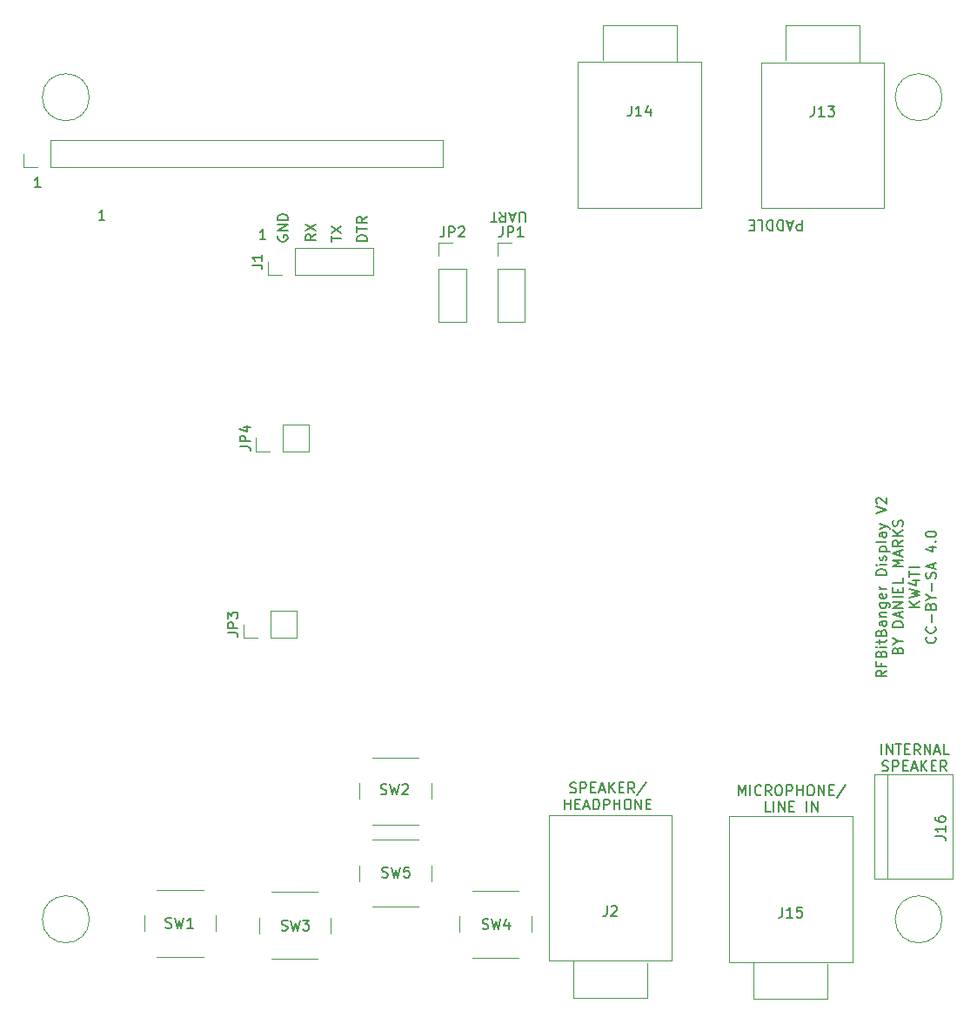
<source format=gbr>
%TF.GenerationSoftware,KiCad,Pcbnew,(6.0.11)*%
%TF.CreationDate,2023-02-05T16:49:19-06:00*%
%TF.ProjectId,BitBangDisplay,42697442-616e-4674-9469-73706c61792e,rev?*%
%TF.SameCoordinates,Original*%
%TF.FileFunction,Legend,Top*%
%TF.FilePolarity,Positive*%
%FSLAX46Y46*%
G04 Gerber Fmt 4.6, Leading zero omitted, Abs format (unit mm)*
G04 Created by KiCad (PCBNEW (6.0.11)) date 2023-02-05 16:49:19*
%MOMM*%
%LPD*%
G01*
G04 APERTURE LIST*
%ADD10C,0.150000*%
%ADD11C,0.100000*%
%ADD12C,0.120000*%
G04 APERTURE END LIST*
D10*
X124875714Y-124467380D02*
X124875714Y-123467380D01*
X125351904Y-124467380D02*
X125351904Y-123467380D01*
X125923333Y-124467380D01*
X125923333Y-123467380D01*
X126256666Y-123467380D02*
X126828095Y-123467380D01*
X126542380Y-124467380D02*
X126542380Y-123467380D01*
X127161428Y-123943571D02*
X127494761Y-123943571D01*
X127637619Y-124467380D02*
X127161428Y-124467380D01*
X127161428Y-123467380D01*
X127637619Y-123467380D01*
X128637619Y-124467380D02*
X128304285Y-123991190D01*
X128066190Y-124467380D02*
X128066190Y-123467380D01*
X128447142Y-123467380D01*
X128542380Y-123515000D01*
X128590000Y-123562619D01*
X128637619Y-123657857D01*
X128637619Y-123800714D01*
X128590000Y-123895952D01*
X128542380Y-123943571D01*
X128447142Y-123991190D01*
X128066190Y-123991190D01*
X129066190Y-124467380D02*
X129066190Y-123467380D01*
X129637619Y-124467380D01*
X129637619Y-123467380D01*
X130066190Y-124181666D02*
X130542380Y-124181666D01*
X129970952Y-124467380D02*
X130304285Y-123467380D01*
X130637619Y-124467380D01*
X131447142Y-124467380D02*
X130970952Y-124467380D01*
X130970952Y-123467380D01*
X124970952Y-126029761D02*
X125113809Y-126077380D01*
X125351904Y-126077380D01*
X125447142Y-126029761D01*
X125494761Y-125982142D01*
X125542380Y-125886904D01*
X125542380Y-125791666D01*
X125494761Y-125696428D01*
X125447142Y-125648809D01*
X125351904Y-125601190D01*
X125161428Y-125553571D01*
X125066190Y-125505952D01*
X125018571Y-125458333D01*
X124970952Y-125363095D01*
X124970952Y-125267857D01*
X125018571Y-125172619D01*
X125066190Y-125125000D01*
X125161428Y-125077380D01*
X125399523Y-125077380D01*
X125542380Y-125125000D01*
X125970952Y-126077380D02*
X125970952Y-125077380D01*
X126351904Y-125077380D01*
X126447142Y-125125000D01*
X126494761Y-125172619D01*
X126542380Y-125267857D01*
X126542380Y-125410714D01*
X126494761Y-125505952D01*
X126447142Y-125553571D01*
X126351904Y-125601190D01*
X125970952Y-125601190D01*
X126970952Y-125553571D02*
X127304285Y-125553571D01*
X127447142Y-126077380D02*
X126970952Y-126077380D01*
X126970952Y-125077380D01*
X127447142Y-125077380D01*
X127828095Y-125791666D02*
X128304285Y-125791666D01*
X127732857Y-126077380D02*
X128066190Y-125077380D01*
X128399523Y-126077380D01*
X128732857Y-126077380D02*
X128732857Y-125077380D01*
X129304285Y-126077380D02*
X128875714Y-125505952D01*
X129304285Y-125077380D02*
X128732857Y-125648809D01*
X129732857Y-125553571D02*
X130066190Y-125553571D01*
X130209047Y-126077380D02*
X129732857Y-126077380D01*
X129732857Y-125077380D01*
X130209047Y-125077380D01*
X131209047Y-126077380D02*
X130875714Y-125601190D01*
X130637619Y-126077380D02*
X130637619Y-125077380D01*
X131018571Y-125077380D01*
X131113809Y-125125000D01*
X131161428Y-125172619D01*
X131209047Y-125267857D01*
X131209047Y-125410714D01*
X131161428Y-125505952D01*
X131113809Y-125553571D01*
X131018571Y-125601190D01*
X130637619Y-125601190D01*
X90195238Y-72657619D02*
X90195238Y-71848095D01*
X90147619Y-71752857D01*
X90100000Y-71705238D01*
X90004761Y-71657619D01*
X89814285Y-71657619D01*
X89719047Y-71705238D01*
X89671428Y-71752857D01*
X89623809Y-71848095D01*
X89623809Y-72657619D01*
X89195238Y-71943333D02*
X88719047Y-71943333D01*
X89290476Y-71657619D02*
X88957142Y-72657619D01*
X88623809Y-71657619D01*
X87719047Y-71657619D02*
X88052380Y-72133809D01*
X88290476Y-71657619D02*
X88290476Y-72657619D01*
X87909523Y-72657619D01*
X87814285Y-72610000D01*
X87766666Y-72562380D01*
X87719047Y-72467142D01*
X87719047Y-72324285D01*
X87766666Y-72229047D01*
X87814285Y-72181428D01*
X87909523Y-72133809D01*
X88290476Y-72133809D01*
X87433333Y-72657619D02*
X86861904Y-72657619D01*
X87147619Y-71657619D02*
X87147619Y-72657619D01*
X117137619Y-72447619D02*
X117137619Y-73447619D01*
X116756666Y-73447619D01*
X116661428Y-73400000D01*
X116613809Y-73352380D01*
X116566190Y-73257142D01*
X116566190Y-73114285D01*
X116613809Y-73019047D01*
X116661428Y-72971428D01*
X116756666Y-72923809D01*
X117137619Y-72923809D01*
X116185238Y-72733333D02*
X115709047Y-72733333D01*
X116280476Y-72447619D02*
X115947142Y-73447619D01*
X115613809Y-72447619D01*
X115280476Y-72447619D02*
X115280476Y-73447619D01*
X115042380Y-73447619D01*
X114899523Y-73400000D01*
X114804285Y-73304761D01*
X114756666Y-73209523D01*
X114709047Y-73019047D01*
X114709047Y-72876190D01*
X114756666Y-72685714D01*
X114804285Y-72590476D01*
X114899523Y-72495238D01*
X115042380Y-72447619D01*
X115280476Y-72447619D01*
X114280476Y-72447619D02*
X114280476Y-73447619D01*
X114042380Y-73447619D01*
X113899523Y-73400000D01*
X113804285Y-73304761D01*
X113756666Y-73209523D01*
X113709047Y-73019047D01*
X113709047Y-72876190D01*
X113756666Y-72685714D01*
X113804285Y-72590476D01*
X113899523Y-72495238D01*
X114042380Y-72447619D01*
X114280476Y-72447619D01*
X112804285Y-72447619D02*
X113280476Y-72447619D01*
X113280476Y-73447619D01*
X112470952Y-72971428D02*
X112137619Y-72971428D01*
X111994761Y-72447619D02*
X112470952Y-72447619D01*
X112470952Y-73447619D01*
X111994761Y-73447619D01*
X110977142Y-128447380D02*
X110977142Y-127447380D01*
X111310476Y-128161666D01*
X111643809Y-127447380D01*
X111643809Y-128447380D01*
X112120000Y-128447380D02*
X112120000Y-127447380D01*
X113167619Y-128352142D02*
X113120000Y-128399761D01*
X112977142Y-128447380D01*
X112881904Y-128447380D01*
X112739047Y-128399761D01*
X112643809Y-128304523D01*
X112596190Y-128209285D01*
X112548571Y-128018809D01*
X112548571Y-127875952D01*
X112596190Y-127685476D01*
X112643809Y-127590238D01*
X112739047Y-127495000D01*
X112881904Y-127447380D01*
X112977142Y-127447380D01*
X113120000Y-127495000D01*
X113167619Y-127542619D01*
X114167619Y-128447380D02*
X113834285Y-127971190D01*
X113596190Y-128447380D02*
X113596190Y-127447380D01*
X113977142Y-127447380D01*
X114072380Y-127495000D01*
X114120000Y-127542619D01*
X114167619Y-127637857D01*
X114167619Y-127780714D01*
X114120000Y-127875952D01*
X114072380Y-127923571D01*
X113977142Y-127971190D01*
X113596190Y-127971190D01*
X114786666Y-127447380D02*
X114977142Y-127447380D01*
X115072380Y-127495000D01*
X115167619Y-127590238D01*
X115215238Y-127780714D01*
X115215238Y-128114047D01*
X115167619Y-128304523D01*
X115072380Y-128399761D01*
X114977142Y-128447380D01*
X114786666Y-128447380D01*
X114691428Y-128399761D01*
X114596190Y-128304523D01*
X114548571Y-128114047D01*
X114548571Y-127780714D01*
X114596190Y-127590238D01*
X114691428Y-127495000D01*
X114786666Y-127447380D01*
X115643809Y-128447380D02*
X115643809Y-127447380D01*
X116024761Y-127447380D01*
X116120000Y-127495000D01*
X116167619Y-127542619D01*
X116215238Y-127637857D01*
X116215238Y-127780714D01*
X116167619Y-127875952D01*
X116120000Y-127923571D01*
X116024761Y-127971190D01*
X115643809Y-127971190D01*
X116643809Y-128447380D02*
X116643809Y-127447380D01*
X116643809Y-127923571D02*
X117215238Y-127923571D01*
X117215238Y-128447380D02*
X117215238Y-127447380D01*
X117881904Y-127447380D02*
X118072380Y-127447380D01*
X118167619Y-127495000D01*
X118262857Y-127590238D01*
X118310476Y-127780714D01*
X118310476Y-128114047D01*
X118262857Y-128304523D01*
X118167619Y-128399761D01*
X118072380Y-128447380D01*
X117881904Y-128447380D01*
X117786666Y-128399761D01*
X117691428Y-128304523D01*
X117643809Y-128114047D01*
X117643809Y-127780714D01*
X117691428Y-127590238D01*
X117786666Y-127495000D01*
X117881904Y-127447380D01*
X118739047Y-128447380D02*
X118739047Y-127447380D01*
X119310476Y-128447380D01*
X119310476Y-127447380D01*
X119786666Y-127923571D02*
X120119999Y-127923571D01*
X120262857Y-128447380D02*
X119786666Y-128447380D01*
X119786666Y-127447380D01*
X120262857Y-127447380D01*
X121405714Y-127399761D02*
X120548571Y-128685476D01*
X114072380Y-130057380D02*
X113596190Y-130057380D01*
X113596190Y-129057380D01*
X114405714Y-130057380D02*
X114405714Y-129057380D01*
X114881904Y-130057380D02*
X114881904Y-129057380D01*
X115453333Y-130057380D01*
X115453333Y-129057380D01*
X115929523Y-129533571D02*
X116262857Y-129533571D01*
X116405714Y-130057380D02*
X115929523Y-130057380D01*
X115929523Y-129057380D01*
X116405714Y-129057380D01*
X117596190Y-130057380D02*
X117596190Y-129057380D01*
X118072380Y-130057380D02*
X118072380Y-129057380D01*
X118643809Y-130057380D01*
X118643809Y-129057380D01*
X94587142Y-128149761D02*
X94730000Y-128197380D01*
X94968095Y-128197380D01*
X95063333Y-128149761D01*
X95110952Y-128102142D01*
X95158571Y-128006904D01*
X95158571Y-127911666D01*
X95110952Y-127816428D01*
X95063333Y-127768809D01*
X94968095Y-127721190D01*
X94777619Y-127673571D01*
X94682380Y-127625952D01*
X94634761Y-127578333D01*
X94587142Y-127483095D01*
X94587142Y-127387857D01*
X94634761Y-127292619D01*
X94682380Y-127245000D01*
X94777619Y-127197380D01*
X95015714Y-127197380D01*
X95158571Y-127245000D01*
X95587142Y-128197380D02*
X95587142Y-127197380D01*
X95968095Y-127197380D01*
X96063333Y-127245000D01*
X96110952Y-127292619D01*
X96158571Y-127387857D01*
X96158571Y-127530714D01*
X96110952Y-127625952D01*
X96063333Y-127673571D01*
X95968095Y-127721190D01*
X95587142Y-127721190D01*
X96587142Y-127673571D02*
X96920476Y-127673571D01*
X97063333Y-128197380D02*
X96587142Y-128197380D01*
X96587142Y-127197380D01*
X97063333Y-127197380D01*
X97444285Y-127911666D02*
X97920476Y-127911666D01*
X97349047Y-128197380D02*
X97682380Y-127197380D01*
X98015714Y-128197380D01*
X98349047Y-128197380D02*
X98349047Y-127197380D01*
X98920476Y-128197380D02*
X98491904Y-127625952D01*
X98920476Y-127197380D02*
X98349047Y-127768809D01*
X99349047Y-127673571D02*
X99682380Y-127673571D01*
X99825238Y-128197380D02*
X99349047Y-128197380D01*
X99349047Y-127197380D01*
X99825238Y-127197380D01*
X100825238Y-128197380D02*
X100491904Y-127721190D01*
X100253809Y-128197380D02*
X100253809Y-127197380D01*
X100634761Y-127197380D01*
X100730000Y-127245000D01*
X100777619Y-127292619D01*
X100825238Y-127387857D01*
X100825238Y-127530714D01*
X100777619Y-127625952D01*
X100730000Y-127673571D01*
X100634761Y-127721190D01*
X100253809Y-127721190D01*
X101968095Y-127149761D02*
X101110952Y-128435476D01*
X94039523Y-129807380D02*
X94039523Y-128807380D01*
X94039523Y-129283571D02*
X94610952Y-129283571D01*
X94610952Y-129807380D02*
X94610952Y-128807380D01*
X95087142Y-129283571D02*
X95420476Y-129283571D01*
X95563333Y-129807380D02*
X95087142Y-129807380D01*
X95087142Y-128807380D01*
X95563333Y-128807380D01*
X95944285Y-129521666D02*
X96420476Y-129521666D01*
X95849047Y-129807380D02*
X96182380Y-128807380D01*
X96515714Y-129807380D01*
X96849047Y-129807380D02*
X96849047Y-128807380D01*
X97087142Y-128807380D01*
X97230000Y-128855000D01*
X97325238Y-128950238D01*
X97372857Y-129045476D01*
X97420476Y-129235952D01*
X97420476Y-129378809D01*
X97372857Y-129569285D01*
X97325238Y-129664523D01*
X97230000Y-129759761D01*
X97087142Y-129807380D01*
X96849047Y-129807380D01*
X97849047Y-129807380D02*
X97849047Y-128807380D01*
X98230000Y-128807380D01*
X98325238Y-128855000D01*
X98372857Y-128902619D01*
X98420476Y-128997857D01*
X98420476Y-129140714D01*
X98372857Y-129235952D01*
X98325238Y-129283571D01*
X98230000Y-129331190D01*
X97849047Y-129331190D01*
X98849047Y-129807380D02*
X98849047Y-128807380D01*
X98849047Y-129283571D02*
X99420476Y-129283571D01*
X99420476Y-129807380D02*
X99420476Y-128807380D01*
X100087142Y-128807380D02*
X100277619Y-128807380D01*
X100372857Y-128855000D01*
X100468095Y-128950238D01*
X100515714Y-129140714D01*
X100515714Y-129474047D01*
X100468095Y-129664523D01*
X100372857Y-129759761D01*
X100277619Y-129807380D01*
X100087142Y-129807380D01*
X99991904Y-129759761D01*
X99896666Y-129664523D01*
X99849047Y-129474047D01*
X99849047Y-129140714D01*
X99896666Y-128950238D01*
X99991904Y-128855000D01*
X100087142Y-128807380D01*
X100944285Y-129807380D02*
X100944285Y-128807380D01*
X101515714Y-129807380D01*
X101515714Y-128807380D01*
X101991904Y-129283571D02*
X102325238Y-129283571D01*
X102468095Y-129807380D02*
X101991904Y-129807380D01*
X101991904Y-128807380D01*
X102468095Y-128807380D01*
X43055714Y-69252380D02*
X42484285Y-69252380D01*
X42770000Y-69252380D02*
X42770000Y-68252380D01*
X42674761Y-68395238D01*
X42579523Y-68490476D01*
X42484285Y-68538095D01*
X125357380Y-116285238D02*
X124881190Y-116618571D01*
X125357380Y-116856666D02*
X124357380Y-116856666D01*
X124357380Y-116475714D01*
X124405000Y-116380476D01*
X124452619Y-116332857D01*
X124547857Y-116285238D01*
X124690714Y-116285238D01*
X124785952Y-116332857D01*
X124833571Y-116380476D01*
X124881190Y-116475714D01*
X124881190Y-116856666D01*
X124833571Y-115523333D02*
X124833571Y-115856666D01*
X125357380Y-115856666D02*
X124357380Y-115856666D01*
X124357380Y-115380476D01*
X124833571Y-114666190D02*
X124881190Y-114523333D01*
X124928809Y-114475714D01*
X125024047Y-114428095D01*
X125166904Y-114428095D01*
X125262142Y-114475714D01*
X125309761Y-114523333D01*
X125357380Y-114618571D01*
X125357380Y-114999523D01*
X124357380Y-114999523D01*
X124357380Y-114666190D01*
X124405000Y-114570952D01*
X124452619Y-114523333D01*
X124547857Y-114475714D01*
X124643095Y-114475714D01*
X124738333Y-114523333D01*
X124785952Y-114570952D01*
X124833571Y-114666190D01*
X124833571Y-114999523D01*
X125357380Y-113999523D02*
X124690714Y-113999523D01*
X124357380Y-113999523D02*
X124405000Y-114047142D01*
X124452619Y-113999523D01*
X124405000Y-113951904D01*
X124357380Y-113999523D01*
X124452619Y-113999523D01*
X124690714Y-113666190D02*
X124690714Y-113285238D01*
X124357380Y-113523333D02*
X125214523Y-113523333D01*
X125309761Y-113475714D01*
X125357380Y-113380476D01*
X125357380Y-113285238D01*
X124833571Y-112618571D02*
X124881190Y-112475714D01*
X124928809Y-112428095D01*
X125024047Y-112380476D01*
X125166904Y-112380476D01*
X125262142Y-112428095D01*
X125309761Y-112475714D01*
X125357380Y-112570952D01*
X125357380Y-112951904D01*
X124357380Y-112951904D01*
X124357380Y-112618571D01*
X124405000Y-112523333D01*
X124452619Y-112475714D01*
X124547857Y-112428095D01*
X124643095Y-112428095D01*
X124738333Y-112475714D01*
X124785952Y-112523333D01*
X124833571Y-112618571D01*
X124833571Y-112951904D01*
X125357380Y-111523333D02*
X124833571Y-111523333D01*
X124738333Y-111570952D01*
X124690714Y-111666190D01*
X124690714Y-111856666D01*
X124738333Y-111951904D01*
X125309761Y-111523333D02*
X125357380Y-111618571D01*
X125357380Y-111856666D01*
X125309761Y-111951904D01*
X125214523Y-111999523D01*
X125119285Y-111999523D01*
X125024047Y-111951904D01*
X124976428Y-111856666D01*
X124976428Y-111618571D01*
X124928809Y-111523333D01*
X124690714Y-111047142D02*
X125357380Y-111047142D01*
X124785952Y-111047142D02*
X124738333Y-110999523D01*
X124690714Y-110904285D01*
X124690714Y-110761428D01*
X124738333Y-110666190D01*
X124833571Y-110618571D01*
X125357380Y-110618571D01*
X124690714Y-109713809D02*
X125500238Y-109713809D01*
X125595476Y-109761428D01*
X125643095Y-109809047D01*
X125690714Y-109904285D01*
X125690714Y-110047142D01*
X125643095Y-110142380D01*
X125309761Y-109713809D02*
X125357380Y-109809047D01*
X125357380Y-109999523D01*
X125309761Y-110094761D01*
X125262142Y-110142380D01*
X125166904Y-110190000D01*
X124881190Y-110190000D01*
X124785952Y-110142380D01*
X124738333Y-110094761D01*
X124690714Y-109999523D01*
X124690714Y-109809047D01*
X124738333Y-109713809D01*
X125309761Y-108856666D02*
X125357380Y-108951904D01*
X125357380Y-109142380D01*
X125309761Y-109237619D01*
X125214523Y-109285238D01*
X124833571Y-109285238D01*
X124738333Y-109237619D01*
X124690714Y-109142380D01*
X124690714Y-108951904D01*
X124738333Y-108856666D01*
X124833571Y-108809047D01*
X124928809Y-108809047D01*
X125024047Y-109285238D01*
X125357380Y-108380476D02*
X124690714Y-108380476D01*
X124881190Y-108380476D02*
X124785952Y-108332857D01*
X124738333Y-108285238D01*
X124690714Y-108190000D01*
X124690714Y-108094761D01*
X125357380Y-106999523D02*
X124357380Y-106999523D01*
X124357380Y-106761428D01*
X124405000Y-106618571D01*
X124500238Y-106523333D01*
X124595476Y-106475714D01*
X124785952Y-106428095D01*
X124928809Y-106428095D01*
X125119285Y-106475714D01*
X125214523Y-106523333D01*
X125309761Y-106618571D01*
X125357380Y-106761428D01*
X125357380Y-106999523D01*
X125357380Y-105999523D02*
X124690714Y-105999523D01*
X124357380Y-105999523D02*
X124405000Y-106047142D01*
X124452619Y-105999523D01*
X124405000Y-105951904D01*
X124357380Y-105999523D01*
X124452619Y-105999523D01*
X125309761Y-105570952D02*
X125357380Y-105475714D01*
X125357380Y-105285238D01*
X125309761Y-105190000D01*
X125214523Y-105142380D01*
X125166904Y-105142380D01*
X125071666Y-105190000D01*
X125024047Y-105285238D01*
X125024047Y-105428095D01*
X124976428Y-105523333D01*
X124881190Y-105570952D01*
X124833571Y-105570952D01*
X124738333Y-105523333D01*
X124690714Y-105428095D01*
X124690714Y-105285238D01*
X124738333Y-105190000D01*
X124690714Y-104713809D02*
X125690714Y-104713809D01*
X124738333Y-104713809D02*
X124690714Y-104618571D01*
X124690714Y-104428095D01*
X124738333Y-104332857D01*
X124785952Y-104285238D01*
X124881190Y-104237619D01*
X125166904Y-104237619D01*
X125262142Y-104285238D01*
X125309761Y-104332857D01*
X125357380Y-104428095D01*
X125357380Y-104618571D01*
X125309761Y-104713809D01*
X125357380Y-103666190D02*
X125309761Y-103761428D01*
X125214523Y-103809047D01*
X124357380Y-103809047D01*
X125357380Y-102856666D02*
X124833571Y-102856666D01*
X124738333Y-102904285D01*
X124690714Y-102999523D01*
X124690714Y-103190000D01*
X124738333Y-103285238D01*
X125309761Y-102856666D02*
X125357380Y-102951904D01*
X125357380Y-103190000D01*
X125309761Y-103285238D01*
X125214523Y-103332857D01*
X125119285Y-103332857D01*
X125024047Y-103285238D01*
X124976428Y-103190000D01*
X124976428Y-102951904D01*
X124928809Y-102856666D01*
X124690714Y-102475714D02*
X125357380Y-102237619D01*
X124690714Y-101999523D02*
X125357380Y-102237619D01*
X125595476Y-102332857D01*
X125643095Y-102380476D01*
X125690714Y-102475714D01*
X124357380Y-100999523D02*
X125357380Y-100666190D01*
X124357380Y-100332857D01*
X124452619Y-100047142D02*
X124405000Y-99999523D01*
X124357380Y-99904285D01*
X124357380Y-99666190D01*
X124405000Y-99570952D01*
X124452619Y-99523333D01*
X124547857Y-99475714D01*
X124643095Y-99475714D01*
X124785952Y-99523333D01*
X125357380Y-100094761D01*
X125357380Y-99475714D01*
X126443571Y-114332857D02*
X126491190Y-114190000D01*
X126538809Y-114142380D01*
X126634047Y-114094761D01*
X126776904Y-114094761D01*
X126872142Y-114142380D01*
X126919761Y-114190000D01*
X126967380Y-114285238D01*
X126967380Y-114666190D01*
X125967380Y-114666190D01*
X125967380Y-114332857D01*
X126015000Y-114237619D01*
X126062619Y-114190000D01*
X126157857Y-114142380D01*
X126253095Y-114142380D01*
X126348333Y-114190000D01*
X126395952Y-114237619D01*
X126443571Y-114332857D01*
X126443571Y-114666190D01*
X126491190Y-113475714D02*
X126967380Y-113475714D01*
X125967380Y-113809047D02*
X126491190Y-113475714D01*
X125967380Y-113142380D01*
X126967380Y-112047142D02*
X125967380Y-112047142D01*
X125967380Y-111809047D01*
X126015000Y-111666190D01*
X126110238Y-111570952D01*
X126205476Y-111523333D01*
X126395952Y-111475714D01*
X126538809Y-111475714D01*
X126729285Y-111523333D01*
X126824523Y-111570952D01*
X126919761Y-111666190D01*
X126967380Y-111809047D01*
X126967380Y-112047142D01*
X126681666Y-111094761D02*
X126681666Y-110618571D01*
X126967380Y-111190000D02*
X125967380Y-110856666D01*
X126967380Y-110523333D01*
X126967380Y-110190000D02*
X125967380Y-110190000D01*
X126967380Y-109618571D01*
X125967380Y-109618571D01*
X126967380Y-109142380D02*
X125967380Y-109142380D01*
X126443571Y-108666190D02*
X126443571Y-108332857D01*
X126967380Y-108190000D02*
X126967380Y-108666190D01*
X125967380Y-108666190D01*
X125967380Y-108190000D01*
X126967380Y-107285238D02*
X126967380Y-107761428D01*
X125967380Y-107761428D01*
X126967380Y-106190000D02*
X125967380Y-106190000D01*
X126681666Y-105856666D01*
X125967380Y-105523333D01*
X126967380Y-105523333D01*
X126681666Y-105094761D02*
X126681666Y-104618571D01*
X126967380Y-105190000D02*
X125967380Y-104856666D01*
X126967380Y-104523333D01*
X126967380Y-103618571D02*
X126491190Y-103951904D01*
X126967380Y-104190000D02*
X125967380Y-104190000D01*
X125967380Y-103809047D01*
X126015000Y-103713809D01*
X126062619Y-103666190D01*
X126157857Y-103618571D01*
X126300714Y-103618571D01*
X126395952Y-103666190D01*
X126443571Y-103713809D01*
X126491190Y-103809047D01*
X126491190Y-104190000D01*
X126967380Y-103190000D02*
X125967380Y-103190000D01*
X126967380Y-102618571D02*
X126395952Y-103047142D01*
X125967380Y-102618571D02*
X126538809Y-103190000D01*
X126919761Y-102237619D02*
X126967380Y-102094761D01*
X126967380Y-101856666D01*
X126919761Y-101761428D01*
X126872142Y-101713809D01*
X126776904Y-101666190D01*
X126681666Y-101666190D01*
X126586428Y-101713809D01*
X126538809Y-101761428D01*
X126491190Y-101856666D01*
X126443571Y-102047142D01*
X126395952Y-102142380D01*
X126348333Y-102190000D01*
X126253095Y-102237619D01*
X126157857Y-102237619D01*
X126062619Y-102190000D01*
X126015000Y-102142380D01*
X125967380Y-102047142D01*
X125967380Y-101809047D01*
X126015000Y-101666190D01*
X128577380Y-110118571D02*
X127577380Y-110118571D01*
X128577380Y-109547142D02*
X128005952Y-109975714D01*
X127577380Y-109547142D02*
X128148809Y-110118571D01*
X127577380Y-109213809D02*
X128577380Y-108975714D01*
X127863095Y-108785238D01*
X128577380Y-108594761D01*
X127577380Y-108356666D01*
X127910714Y-107547142D02*
X128577380Y-107547142D01*
X127529761Y-107785238D02*
X128244047Y-108023333D01*
X128244047Y-107404285D01*
X127577380Y-107166190D02*
X127577380Y-106594761D01*
X128577380Y-106880476D02*
X127577380Y-106880476D01*
X128577380Y-106261428D02*
X127577380Y-106261428D01*
X130092142Y-113023333D02*
X130139761Y-113070952D01*
X130187380Y-113213809D01*
X130187380Y-113309047D01*
X130139761Y-113451904D01*
X130044523Y-113547142D01*
X129949285Y-113594761D01*
X129758809Y-113642380D01*
X129615952Y-113642380D01*
X129425476Y-113594761D01*
X129330238Y-113547142D01*
X129235000Y-113451904D01*
X129187380Y-113309047D01*
X129187380Y-113213809D01*
X129235000Y-113070952D01*
X129282619Y-113023333D01*
X130092142Y-112023333D02*
X130139761Y-112070952D01*
X130187380Y-112213809D01*
X130187380Y-112309047D01*
X130139761Y-112451904D01*
X130044523Y-112547142D01*
X129949285Y-112594761D01*
X129758809Y-112642380D01*
X129615952Y-112642380D01*
X129425476Y-112594761D01*
X129330238Y-112547142D01*
X129235000Y-112451904D01*
X129187380Y-112309047D01*
X129187380Y-112213809D01*
X129235000Y-112070952D01*
X129282619Y-112023333D01*
X129806428Y-111594761D02*
X129806428Y-110832857D01*
X129663571Y-110023333D02*
X129711190Y-109880476D01*
X129758809Y-109832857D01*
X129854047Y-109785238D01*
X129996904Y-109785238D01*
X130092142Y-109832857D01*
X130139761Y-109880476D01*
X130187380Y-109975714D01*
X130187380Y-110356666D01*
X129187380Y-110356666D01*
X129187380Y-110023333D01*
X129235000Y-109928095D01*
X129282619Y-109880476D01*
X129377857Y-109832857D01*
X129473095Y-109832857D01*
X129568333Y-109880476D01*
X129615952Y-109928095D01*
X129663571Y-110023333D01*
X129663571Y-110356666D01*
X129711190Y-109166190D02*
X130187380Y-109166190D01*
X129187380Y-109499523D02*
X129711190Y-109166190D01*
X129187380Y-108832857D01*
X129806428Y-108499523D02*
X129806428Y-107737619D01*
X130139761Y-107309047D02*
X130187380Y-107166190D01*
X130187380Y-106928095D01*
X130139761Y-106832857D01*
X130092142Y-106785238D01*
X129996904Y-106737619D01*
X129901666Y-106737619D01*
X129806428Y-106785238D01*
X129758809Y-106832857D01*
X129711190Y-106928095D01*
X129663571Y-107118571D01*
X129615952Y-107213809D01*
X129568333Y-107261428D01*
X129473095Y-107309047D01*
X129377857Y-107309047D01*
X129282619Y-107261428D01*
X129235000Y-107213809D01*
X129187380Y-107118571D01*
X129187380Y-106880476D01*
X129235000Y-106737619D01*
X129901666Y-106356666D02*
X129901666Y-105880476D01*
X130187380Y-106451904D02*
X129187380Y-106118571D01*
X130187380Y-105785238D01*
X129520714Y-104261428D02*
X130187380Y-104261428D01*
X129139761Y-104499523D02*
X129854047Y-104737619D01*
X129854047Y-104118571D01*
X130092142Y-103737619D02*
X130139761Y-103690000D01*
X130187380Y-103737619D01*
X130139761Y-103785238D01*
X130092142Y-103737619D01*
X130187380Y-103737619D01*
X129187380Y-103070952D02*
X129187380Y-102975714D01*
X129235000Y-102880476D01*
X129282619Y-102832857D01*
X129377857Y-102785238D01*
X129568333Y-102737619D01*
X129806428Y-102737619D01*
X129996904Y-102785238D01*
X130092142Y-102832857D01*
X130139761Y-102880476D01*
X130187380Y-102975714D01*
X130187380Y-103070952D01*
X130139761Y-103166190D01*
X130092142Y-103213809D01*
X129996904Y-103261428D01*
X129806428Y-103309047D01*
X129568333Y-103309047D01*
X129377857Y-103261428D01*
X129282619Y-103213809D01*
X129235000Y-103166190D01*
X129187380Y-103070952D01*
X64940714Y-74327380D02*
X64369285Y-74327380D01*
X64655000Y-74327380D02*
X64655000Y-73327380D01*
X64559761Y-73470238D01*
X64464523Y-73565476D01*
X64369285Y-73613095D01*
X49285714Y-72452380D02*
X48714285Y-72452380D01*
X49000000Y-72452380D02*
X49000000Y-71452380D01*
X48904761Y-71595238D01*
X48809523Y-71690476D01*
X48714285Y-71738095D01*
X69827380Y-73851666D02*
X69351190Y-74185000D01*
X69827380Y-74423095D02*
X68827380Y-74423095D01*
X68827380Y-74042142D01*
X68875000Y-73946904D01*
X68922619Y-73899285D01*
X69017857Y-73851666D01*
X69160714Y-73851666D01*
X69255952Y-73899285D01*
X69303571Y-73946904D01*
X69351190Y-74042142D01*
X69351190Y-74423095D01*
X68827380Y-73518333D02*
X69827380Y-72851666D01*
X68827380Y-72851666D02*
X69827380Y-73518333D01*
X71327380Y-74546904D02*
X71327380Y-73975476D01*
X72327380Y-74261190D02*
X71327380Y-74261190D01*
X71327380Y-73737380D02*
X72327380Y-73070714D01*
X71327380Y-73070714D02*
X72327380Y-73737380D01*
X66170000Y-73971904D02*
X66122380Y-74067142D01*
X66122380Y-74210000D01*
X66170000Y-74352857D01*
X66265238Y-74448095D01*
X66360476Y-74495714D01*
X66550952Y-74543333D01*
X66693809Y-74543333D01*
X66884285Y-74495714D01*
X66979523Y-74448095D01*
X67074761Y-74352857D01*
X67122380Y-74210000D01*
X67122380Y-74114761D01*
X67074761Y-73971904D01*
X67027142Y-73924285D01*
X66693809Y-73924285D01*
X66693809Y-74114761D01*
X67122380Y-73495714D02*
X66122380Y-73495714D01*
X67122380Y-72924285D01*
X66122380Y-72924285D01*
X67122380Y-72448095D02*
X66122380Y-72448095D01*
X66122380Y-72210000D01*
X66170000Y-72067142D01*
X66265238Y-71971904D01*
X66360476Y-71924285D01*
X66550952Y-71876666D01*
X66693809Y-71876666D01*
X66884285Y-71924285D01*
X66979523Y-71971904D01*
X67074761Y-72067142D01*
X67122380Y-72210000D01*
X67122380Y-72448095D01*
X74822380Y-74472857D02*
X73822380Y-74472857D01*
X73822380Y-74234761D01*
X73870000Y-74091904D01*
X73965238Y-73996666D01*
X74060476Y-73949047D01*
X74250952Y-73901428D01*
X74393809Y-73901428D01*
X74584285Y-73949047D01*
X74679523Y-73996666D01*
X74774761Y-74091904D01*
X74822380Y-74234761D01*
X74822380Y-74472857D01*
X73822380Y-73615714D02*
X73822380Y-73044285D01*
X74822380Y-73330000D02*
X73822380Y-73330000D01*
X74822380Y-72139523D02*
X74346190Y-72472857D01*
X74822380Y-72710952D02*
X73822380Y-72710952D01*
X73822380Y-72330000D01*
X73870000Y-72234761D01*
X73917619Y-72187142D01*
X74012857Y-72139523D01*
X74155714Y-72139523D01*
X74250952Y-72187142D01*
X74298571Y-72234761D01*
X74346190Y-72330000D01*
X74346190Y-72710952D01*
%TO.C,J2*%
X98166666Y-139202380D02*
X98166666Y-139916666D01*
X98119047Y-140059523D01*
X98023809Y-140154761D01*
X97880952Y-140202380D01*
X97785714Y-140202380D01*
X98595238Y-139297619D02*
X98642857Y-139250000D01*
X98738095Y-139202380D01*
X98976190Y-139202380D01*
X99071428Y-139250000D01*
X99119047Y-139297619D01*
X99166666Y-139392857D01*
X99166666Y-139488095D01*
X99119047Y-139630952D01*
X98547619Y-140202380D01*
X99166666Y-140202380D01*
%TO.C,SW2*%
X76156666Y-128304761D02*
X76299523Y-128352380D01*
X76537619Y-128352380D01*
X76632857Y-128304761D01*
X76680476Y-128257142D01*
X76728095Y-128161904D01*
X76728095Y-128066666D01*
X76680476Y-127971428D01*
X76632857Y-127923809D01*
X76537619Y-127876190D01*
X76347142Y-127828571D01*
X76251904Y-127780952D01*
X76204285Y-127733333D01*
X76156666Y-127638095D01*
X76156666Y-127542857D01*
X76204285Y-127447619D01*
X76251904Y-127400000D01*
X76347142Y-127352380D01*
X76585238Y-127352380D01*
X76728095Y-127400000D01*
X77061428Y-127352380D02*
X77299523Y-128352380D01*
X77490000Y-127638095D01*
X77680476Y-128352380D01*
X77918571Y-127352380D01*
X78251904Y-127447619D02*
X78299523Y-127400000D01*
X78394761Y-127352380D01*
X78632857Y-127352380D01*
X78728095Y-127400000D01*
X78775714Y-127447619D01*
X78823333Y-127542857D01*
X78823333Y-127638095D01*
X78775714Y-127780952D01*
X78204285Y-128352380D01*
X78823333Y-128352380D01*
%TO.C,SW3*%
X66508666Y-141550761D02*
X66651523Y-141598380D01*
X66889619Y-141598380D01*
X66984857Y-141550761D01*
X67032476Y-141503142D01*
X67080095Y-141407904D01*
X67080095Y-141312666D01*
X67032476Y-141217428D01*
X66984857Y-141169809D01*
X66889619Y-141122190D01*
X66699142Y-141074571D01*
X66603904Y-141026952D01*
X66556285Y-140979333D01*
X66508666Y-140884095D01*
X66508666Y-140788857D01*
X66556285Y-140693619D01*
X66603904Y-140646000D01*
X66699142Y-140598380D01*
X66937238Y-140598380D01*
X67080095Y-140646000D01*
X67413428Y-140598380D02*
X67651523Y-141598380D01*
X67842000Y-140884095D01*
X68032476Y-141598380D01*
X68270571Y-140598380D01*
X68556285Y-140598380D02*
X69175333Y-140598380D01*
X68842000Y-140979333D01*
X68984857Y-140979333D01*
X69080095Y-141026952D01*
X69127714Y-141074571D01*
X69175333Y-141169809D01*
X69175333Y-141407904D01*
X69127714Y-141503142D01*
X69080095Y-141550761D01*
X68984857Y-141598380D01*
X68699142Y-141598380D01*
X68603904Y-141550761D01*
X68556285Y-141503142D01*
%TO.C,SW4*%
X86058666Y-141410761D02*
X86201523Y-141458380D01*
X86439619Y-141458380D01*
X86534857Y-141410761D01*
X86582476Y-141363142D01*
X86630095Y-141267904D01*
X86630095Y-141172666D01*
X86582476Y-141077428D01*
X86534857Y-141029809D01*
X86439619Y-140982190D01*
X86249142Y-140934571D01*
X86153904Y-140886952D01*
X86106285Y-140839333D01*
X86058666Y-140744095D01*
X86058666Y-140648857D01*
X86106285Y-140553619D01*
X86153904Y-140506000D01*
X86249142Y-140458380D01*
X86487238Y-140458380D01*
X86630095Y-140506000D01*
X86963428Y-140458380D02*
X87201523Y-141458380D01*
X87392000Y-140744095D01*
X87582476Y-141458380D01*
X87820571Y-140458380D01*
X88630095Y-140791714D02*
X88630095Y-141458380D01*
X88392000Y-140410761D02*
X88153904Y-141125047D01*
X88772952Y-141125047D01*
%TO.C,SW5*%
X76286666Y-136384761D02*
X76429523Y-136432380D01*
X76667619Y-136432380D01*
X76762857Y-136384761D01*
X76810476Y-136337142D01*
X76858095Y-136241904D01*
X76858095Y-136146666D01*
X76810476Y-136051428D01*
X76762857Y-136003809D01*
X76667619Y-135956190D01*
X76477142Y-135908571D01*
X76381904Y-135860952D01*
X76334285Y-135813333D01*
X76286666Y-135718095D01*
X76286666Y-135622857D01*
X76334285Y-135527619D01*
X76381904Y-135480000D01*
X76477142Y-135432380D01*
X76715238Y-135432380D01*
X76858095Y-135480000D01*
X77191428Y-135432380D02*
X77429523Y-136432380D01*
X77620000Y-135718095D01*
X77810476Y-136432380D01*
X78048571Y-135432380D01*
X78905714Y-135432380D02*
X78429523Y-135432380D01*
X78381904Y-135908571D01*
X78429523Y-135860952D01*
X78524761Y-135813333D01*
X78762857Y-135813333D01*
X78858095Y-135860952D01*
X78905714Y-135908571D01*
X78953333Y-136003809D01*
X78953333Y-136241904D01*
X78905714Y-136337142D01*
X78858095Y-136384761D01*
X78762857Y-136432380D01*
X78524761Y-136432380D01*
X78429523Y-136384761D01*
X78381904Y-136337142D01*
%TO.C,J1*%
X63622380Y-76833333D02*
X64336666Y-76833333D01*
X64479523Y-76880952D01*
X64574761Y-76976190D01*
X64622380Y-77119047D01*
X64622380Y-77214285D01*
X64622380Y-75833333D02*
X64622380Y-76404761D01*
X64622380Y-76119047D02*
X63622380Y-76119047D01*
X63765238Y-76214285D01*
X63860476Y-76309523D01*
X63908095Y-76404761D01*
%TO.C,J13*%
X118330476Y-61362380D02*
X118330476Y-62076666D01*
X118282857Y-62219523D01*
X118187619Y-62314761D01*
X118044761Y-62362380D01*
X117949523Y-62362380D01*
X119330476Y-62362380D02*
X118759047Y-62362380D01*
X119044761Y-62362380D02*
X119044761Y-61362380D01*
X118949523Y-61505238D01*
X118854285Y-61600476D01*
X118759047Y-61648095D01*
X119663809Y-61362380D02*
X120282857Y-61362380D01*
X119949523Y-61743333D01*
X120092380Y-61743333D01*
X120187619Y-61790952D01*
X120235238Y-61838571D01*
X120282857Y-61933809D01*
X120282857Y-62171904D01*
X120235238Y-62267142D01*
X120187619Y-62314761D01*
X120092380Y-62362380D01*
X119806666Y-62362380D01*
X119711428Y-62314761D01*
X119663809Y-62267142D01*
%TO.C,J14*%
X100530476Y-61332380D02*
X100530476Y-62046666D01*
X100482857Y-62189523D01*
X100387619Y-62284761D01*
X100244761Y-62332380D01*
X100149523Y-62332380D01*
X101530476Y-62332380D02*
X100959047Y-62332380D01*
X101244761Y-62332380D02*
X101244761Y-61332380D01*
X101149523Y-61475238D01*
X101054285Y-61570476D01*
X100959047Y-61618095D01*
X102387619Y-61665714D02*
X102387619Y-62332380D01*
X102149523Y-61284761D02*
X101911428Y-61999047D01*
X102530476Y-61999047D01*
%TO.C,JP1*%
X88026666Y-73082380D02*
X88026666Y-73796666D01*
X87979047Y-73939523D01*
X87883809Y-74034761D01*
X87740952Y-74082380D01*
X87645714Y-74082380D01*
X88502857Y-74082380D02*
X88502857Y-73082380D01*
X88883809Y-73082380D01*
X88979047Y-73130000D01*
X89026666Y-73177619D01*
X89074285Y-73272857D01*
X89074285Y-73415714D01*
X89026666Y-73510952D01*
X88979047Y-73558571D01*
X88883809Y-73606190D01*
X88502857Y-73606190D01*
X90026666Y-74082380D02*
X89455238Y-74082380D01*
X89740952Y-74082380D02*
X89740952Y-73082380D01*
X89645714Y-73225238D01*
X89550476Y-73320476D01*
X89455238Y-73368095D01*
%TO.C,JP2*%
X82296666Y-73092380D02*
X82296666Y-73806666D01*
X82249047Y-73949523D01*
X82153809Y-74044761D01*
X82010952Y-74092380D01*
X81915714Y-74092380D01*
X82772857Y-74092380D02*
X82772857Y-73092380D01*
X83153809Y-73092380D01*
X83249047Y-73140000D01*
X83296666Y-73187619D01*
X83344285Y-73282857D01*
X83344285Y-73425714D01*
X83296666Y-73520952D01*
X83249047Y-73568571D01*
X83153809Y-73616190D01*
X82772857Y-73616190D01*
X83725238Y-73187619D02*
X83772857Y-73140000D01*
X83868095Y-73092380D01*
X84106190Y-73092380D01*
X84201428Y-73140000D01*
X84249047Y-73187619D01*
X84296666Y-73282857D01*
X84296666Y-73378095D01*
X84249047Y-73520952D01*
X83677619Y-74092380D01*
X84296666Y-74092380D01*
%TO.C,J15*%
X115240476Y-139322380D02*
X115240476Y-140036666D01*
X115192857Y-140179523D01*
X115097619Y-140274761D01*
X114954761Y-140322380D01*
X114859523Y-140322380D01*
X116240476Y-140322380D02*
X115669047Y-140322380D01*
X115954761Y-140322380D02*
X115954761Y-139322380D01*
X115859523Y-139465238D01*
X115764285Y-139560476D01*
X115669047Y-139608095D01*
X117145238Y-139322380D02*
X116669047Y-139322380D01*
X116621428Y-139798571D01*
X116669047Y-139750952D01*
X116764285Y-139703333D01*
X117002380Y-139703333D01*
X117097619Y-139750952D01*
X117145238Y-139798571D01*
X117192857Y-139893809D01*
X117192857Y-140131904D01*
X117145238Y-140227142D01*
X117097619Y-140274761D01*
X117002380Y-140322380D01*
X116764285Y-140322380D01*
X116669047Y-140274761D01*
X116621428Y-140227142D01*
%TO.C,JP3*%
X61242380Y-112623333D02*
X61956666Y-112623333D01*
X62099523Y-112670952D01*
X62194761Y-112766190D01*
X62242380Y-112909047D01*
X62242380Y-113004285D01*
X62242380Y-112147142D02*
X61242380Y-112147142D01*
X61242380Y-111766190D01*
X61290000Y-111670952D01*
X61337619Y-111623333D01*
X61432857Y-111575714D01*
X61575714Y-111575714D01*
X61670952Y-111623333D01*
X61718571Y-111670952D01*
X61766190Y-111766190D01*
X61766190Y-112147142D01*
X61242380Y-111242380D02*
X61242380Y-110623333D01*
X61623333Y-110956666D01*
X61623333Y-110813809D01*
X61670952Y-110718571D01*
X61718571Y-110670952D01*
X61813809Y-110623333D01*
X62051904Y-110623333D01*
X62147142Y-110670952D01*
X62194761Y-110718571D01*
X62242380Y-110813809D01*
X62242380Y-111099523D01*
X62194761Y-111194761D01*
X62147142Y-111242380D01*
%TO.C,JP4*%
X62442380Y-94483333D02*
X63156666Y-94483333D01*
X63299523Y-94530952D01*
X63394761Y-94626190D01*
X63442380Y-94769047D01*
X63442380Y-94864285D01*
X63442380Y-94007142D02*
X62442380Y-94007142D01*
X62442380Y-93626190D01*
X62490000Y-93530952D01*
X62537619Y-93483333D01*
X62632857Y-93435714D01*
X62775714Y-93435714D01*
X62870952Y-93483333D01*
X62918571Y-93530952D01*
X62966190Y-93626190D01*
X62966190Y-94007142D01*
X62775714Y-92578571D02*
X63442380Y-92578571D01*
X62394761Y-92816666D02*
X63109047Y-93054761D01*
X63109047Y-92435714D01*
%TO.C,J16*%
X130092380Y-132409523D02*
X130806666Y-132409523D01*
X130949523Y-132457142D01*
X131044761Y-132552380D01*
X131092380Y-132695238D01*
X131092380Y-132790476D01*
X131092380Y-131409523D02*
X131092380Y-131980952D01*
X131092380Y-131695238D02*
X130092380Y-131695238D01*
X130235238Y-131790476D01*
X130330476Y-131885714D01*
X130378095Y-131980952D01*
X130092380Y-130552380D02*
X130092380Y-130742857D01*
X130140000Y-130838095D01*
X130187619Y-130885714D01*
X130330476Y-130980952D01*
X130520952Y-131028571D01*
X130901904Y-131028571D01*
X130997142Y-130980952D01*
X131044761Y-130933333D01*
X131092380Y-130838095D01*
X131092380Y-130647619D01*
X131044761Y-130552380D01*
X130997142Y-130504761D01*
X130901904Y-130457142D01*
X130663809Y-130457142D01*
X130568571Y-130504761D01*
X130520952Y-130552380D01*
X130473333Y-130647619D01*
X130473333Y-130838095D01*
X130520952Y-130933333D01*
X130568571Y-130980952D01*
X130663809Y-131028571D01*
%TO.C,SW1*%
X55216666Y-141304761D02*
X55359523Y-141352380D01*
X55597619Y-141352380D01*
X55692857Y-141304761D01*
X55740476Y-141257142D01*
X55788095Y-141161904D01*
X55788095Y-141066666D01*
X55740476Y-140971428D01*
X55692857Y-140923809D01*
X55597619Y-140876190D01*
X55407142Y-140828571D01*
X55311904Y-140780952D01*
X55264285Y-140733333D01*
X55216666Y-140638095D01*
X55216666Y-140542857D01*
X55264285Y-140447619D01*
X55311904Y-140400000D01*
X55407142Y-140352380D01*
X55645238Y-140352380D01*
X55788095Y-140400000D01*
X56121428Y-140352380D02*
X56359523Y-141352380D01*
X56550000Y-140638095D01*
X56740476Y-141352380D01*
X56978571Y-140352380D01*
X57883333Y-141352380D02*
X57311904Y-141352380D01*
X57597619Y-141352380D02*
X57597619Y-140352380D01*
X57502380Y-140495238D01*
X57407142Y-140590476D01*
X57311904Y-140638095D01*
D11*
%TO.C,J2*%
X102100000Y-144750000D02*
X102100000Y-148150000D01*
X102100000Y-148150000D02*
X94900000Y-148150000D01*
X94900000Y-148150000D02*
X94900000Y-144550000D01*
X98500000Y-144550000D02*
X104500000Y-144550000D01*
X104500000Y-144550000D02*
X104500000Y-130350000D01*
X104500000Y-130350000D02*
X92500000Y-130350000D01*
X92500000Y-130350000D02*
X92500000Y-144550000D01*
X92500000Y-144550000D02*
X98500000Y-144550000D01*
D12*
%TO.C,SW2*%
X75330000Y-131270000D02*
X79830000Y-131270000D01*
X74080000Y-127270000D02*
X74080000Y-128770000D01*
X79830000Y-124770000D02*
X75330000Y-124770000D01*
X81080000Y-128770000D02*
X81080000Y-127270000D01*
%TO.C,SW3*%
X65540000Y-144360000D02*
X70040000Y-144360000D01*
X64290000Y-140360000D02*
X64290000Y-141860000D01*
X70040000Y-137860000D02*
X65540000Y-137860000D01*
X71290000Y-141860000D02*
X71290000Y-140360000D01*
%TO.C,SW4*%
X85090000Y-144220000D02*
X89590000Y-144220000D01*
X83840000Y-140220000D02*
X83840000Y-141720000D01*
X89590000Y-137720000D02*
X85090000Y-137720000D01*
X90840000Y-141720000D02*
X90840000Y-140220000D01*
%TO.C,SW5*%
X75300000Y-139270000D02*
X79800000Y-139270000D01*
X74050000Y-135270000D02*
X74050000Y-136770000D01*
X79800000Y-132770000D02*
X75300000Y-132770000D01*
X81050000Y-136770000D02*
X81050000Y-135270000D01*
%TO.C,J3*%
X47786000Y-60500000D02*
G75*
G03*
X47786000Y-60500000I-2286000J0D01*
G01*
%TO.C,J7*%
X47786000Y-140500000D02*
G75*
G03*
X47786000Y-140500000I-2286000J0D01*
G01*
%TO.C,J20*%
X130786000Y-60500000D02*
G75*
G03*
X130786000Y-60500000I-2286000J0D01*
G01*
%TO.C,J21*%
X130786000Y-140500000D02*
G75*
G03*
X130786000Y-140500000I-2286000J0D01*
G01*
%TO.C,J1*%
X75450000Y-77830000D02*
X75450000Y-75170000D01*
X67770000Y-77830000D02*
X75450000Y-77830000D01*
X67770000Y-75170000D02*
X75450000Y-75170000D01*
X67770000Y-77830000D02*
X67770000Y-75170000D01*
X66500000Y-77830000D02*
X65170000Y-77830000D01*
X65170000Y-77830000D02*
X65170000Y-76500000D01*
%TO.C,U1*%
X82180000Y-67330000D02*
X82180000Y-64670000D01*
X44020000Y-67330000D02*
X82180000Y-67330000D01*
X44020000Y-64670000D02*
X82180000Y-64670000D01*
X44020000Y-67330000D02*
X44020000Y-64670000D01*
X42750000Y-67330000D02*
X41420000Y-67330000D01*
X41420000Y-67330000D02*
X41420000Y-66000000D01*
D11*
%TO.C,J13*%
X115540000Y-56910000D02*
X115540000Y-53510000D01*
X115540000Y-53510000D02*
X122740000Y-53510000D01*
X122740000Y-53510000D02*
X122740000Y-57110000D01*
X119140000Y-57110000D02*
X113140000Y-57110000D01*
X113140000Y-57110000D02*
X113140000Y-71310000D01*
X113140000Y-71310000D02*
X125140000Y-71310000D01*
X125140000Y-71310000D02*
X125140000Y-57110000D01*
X125140000Y-57110000D02*
X119140000Y-57110000D01*
%TO.C,J14*%
X97740000Y-56880000D02*
X97740000Y-53480000D01*
X97740000Y-53480000D02*
X104940000Y-53480000D01*
X104940000Y-53480000D02*
X104940000Y-57080000D01*
X101340000Y-57080000D02*
X95340000Y-57080000D01*
X95340000Y-57080000D02*
X95340000Y-71280000D01*
X95340000Y-71280000D02*
X107340000Y-71280000D01*
X107340000Y-71280000D02*
X107340000Y-57080000D01*
X107340000Y-57080000D02*
X101340000Y-57080000D01*
D12*
%TO.C,JP1*%
X87530000Y-82370000D02*
X90190000Y-82370000D01*
X87530000Y-77230000D02*
X87530000Y-82370000D01*
X90190000Y-77230000D02*
X90190000Y-82370000D01*
X87530000Y-77230000D02*
X90190000Y-77230000D01*
X87530000Y-75960000D02*
X87530000Y-74630000D01*
X87530000Y-74630000D02*
X88860000Y-74630000D01*
%TO.C,JP2*%
X81800000Y-82380000D02*
X84460000Y-82380000D01*
X81800000Y-77240000D02*
X81800000Y-82380000D01*
X84460000Y-77240000D02*
X84460000Y-82380000D01*
X81800000Y-77240000D02*
X84460000Y-77240000D01*
X81800000Y-75970000D02*
X81800000Y-74640000D01*
X81800000Y-74640000D02*
X83130000Y-74640000D01*
D11*
%TO.C,J15*%
X119650000Y-144870000D02*
X119650000Y-148270000D01*
X119650000Y-148270000D02*
X112450000Y-148270000D01*
X112450000Y-148270000D02*
X112450000Y-144670000D01*
X116050000Y-144670000D02*
X122050000Y-144670000D01*
X122050000Y-144670000D02*
X122050000Y-130470000D01*
X122050000Y-130470000D02*
X110050000Y-130470000D01*
X110050000Y-130470000D02*
X110050000Y-144670000D01*
X110050000Y-144670000D02*
X116050000Y-144670000D01*
D12*
%TO.C,JP3*%
X67990000Y-113120000D02*
X67990000Y-110460000D01*
X65390000Y-113120000D02*
X67990000Y-113120000D01*
X65390000Y-110460000D02*
X67990000Y-110460000D01*
X65390000Y-113120000D02*
X65390000Y-110460000D01*
X64120000Y-113120000D02*
X62790000Y-113120000D01*
X62790000Y-113120000D02*
X62790000Y-111790000D01*
%TO.C,JP4*%
X69190000Y-94980000D02*
X69190000Y-92320000D01*
X66590000Y-94980000D02*
X69190000Y-94980000D01*
X66590000Y-92320000D02*
X69190000Y-92320000D01*
X66590000Y-94980000D02*
X66590000Y-92320000D01*
X65320000Y-94980000D02*
X63990000Y-94980000D01*
X63990000Y-94980000D02*
X63990000Y-93650000D01*
%TO.C,J16*%
X125480000Y-136550000D02*
X125480000Y-126390000D01*
X124210000Y-136550000D02*
X131830000Y-136550000D01*
X131830000Y-136550000D02*
X131830000Y-126390000D01*
X131830000Y-126390000D02*
X124210000Y-126390000D01*
X124210000Y-126390000D02*
X124210000Y-136550000D01*
%TO.C,SW1*%
X54370000Y-144140000D02*
X58870000Y-144140000D01*
X53120000Y-140140000D02*
X53120000Y-141640000D01*
X58870000Y-137640000D02*
X54370000Y-137640000D01*
X60120000Y-141640000D02*
X60120000Y-140140000D01*
%TD*%
M02*

</source>
